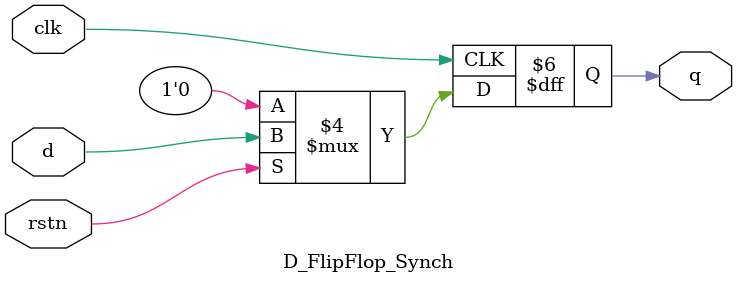
<source format=v>
`timescale 1ns / 1ps


module D_FlipFlop_Synch(input d, rstn, clk, output reg q);
always @(posedge clk)
    if (!rstn)
        q <=0;
    else
        q <= d;
endmodule

</source>
